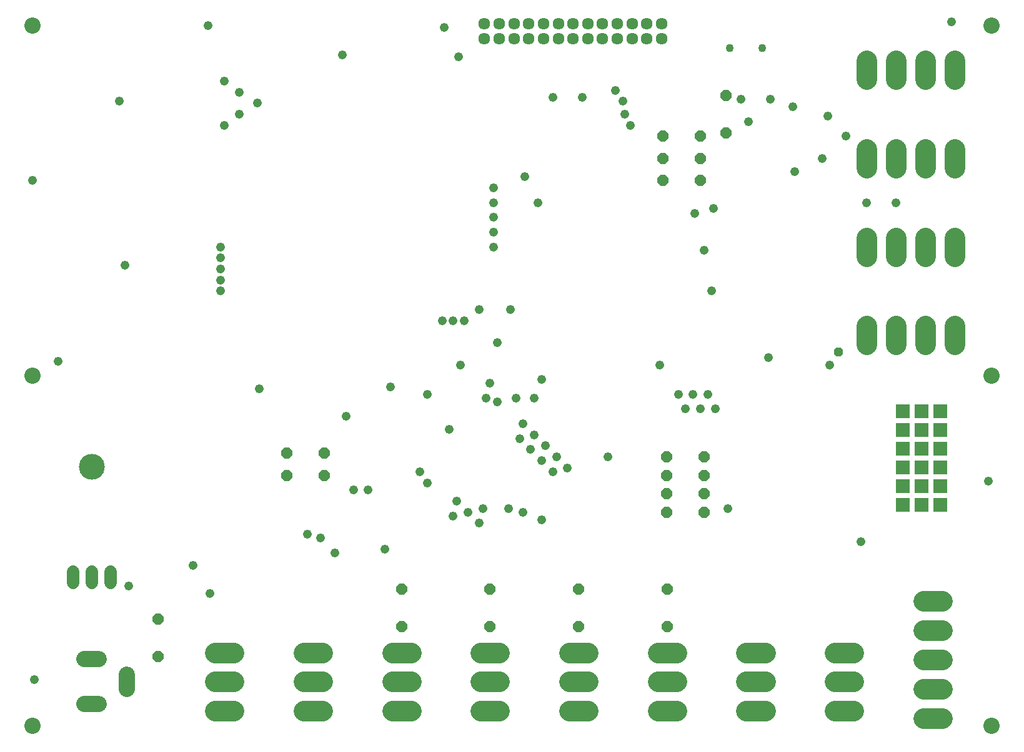
<source format=gbs>
G75*
G70*
%OFA0B0*%
%FSLAX24Y24*%
%IPPOS*%
%LPD*%
%AMOC8*
5,1,8,0,0,1.08239X$1,22.5*
%
%ADD10C,0.0867*%
%ADD11C,0.0680*%
%ADD12C,0.1380*%
%ADD13C,0.0434*%
%ADD14OC8,0.0600*%
%ADD15C,0.0867*%
%ADD16C,0.1084*%
%ADD17C,0.0634*%
%ADD18R,0.0730X0.0730*%
%ADD19C,0.0476*%
%ADD20OC8,0.0476*%
D10*
X001331Y001938D03*
X001331Y020639D03*
X001331Y039339D03*
X052512Y039339D03*
X052512Y020639D03*
X052512Y001938D03*
D11*
X005481Y009587D02*
X005481Y010187D01*
X004481Y010187D02*
X004481Y009587D01*
X003481Y009587D02*
X003481Y010187D01*
D12*
X004481Y015787D03*
D13*
X038536Y038150D03*
X040268Y038150D03*
D14*
X038339Y035615D03*
X038339Y033615D03*
X036977Y033434D03*
X036977Y032253D03*
X036977Y031072D03*
X034977Y031072D03*
X034977Y032253D03*
X034977Y033434D03*
X035174Y016308D03*
X035174Y015324D03*
X035174Y014339D03*
X035174Y013355D03*
X037174Y013355D03*
X037174Y014339D03*
X037174Y015324D03*
X037174Y016308D03*
X035189Y009237D03*
X035189Y007237D03*
X030465Y007237D03*
X030465Y009237D03*
X025741Y009237D03*
X025741Y007237D03*
X021016Y007237D03*
X021016Y009237D03*
X016898Y015324D03*
X016898Y016505D03*
X014898Y016505D03*
X014898Y015324D03*
X008024Y007662D03*
X008024Y005662D03*
D15*
X006370Y004694D02*
X006370Y003906D01*
X004874Y003119D02*
X004087Y003119D01*
X004087Y005520D02*
X004874Y005520D01*
D16*
X011065Y005859D02*
X012069Y005859D01*
X012069Y004300D02*
X011065Y004300D01*
X011065Y002741D02*
X012069Y002741D01*
X015790Y002741D02*
X016794Y002741D01*
X016794Y004300D02*
X015790Y004300D01*
X015790Y005859D02*
X016794Y005859D01*
X020514Y005859D02*
X021518Y005859D01*
X021518Y004300D02*
X020514Y004300D01*
X020514Y002741D02*
X021518Y002741D01*
X025239Y002741D02*
X026243Y002741D01*
X026243Y004300D02*
X025239Y004300D01*
X025239Y005859D02*
X026243Y005859D01*
X029963Y005859D02*
X030967Y005859D01*
X030967Y004300D02*
X029963Y004300D01*
X029963Y002741D02*
X030967Y002741D01*
X034687Y002741D02*
X035691Y002741D01*
X035691Y004300D02*
X034687Y004300D01*
X034687Y005859D02*
X035691Y005859D01*
X039412Y005859D02*
X040416Y005859D01*
X040416Y004300D02*
X039412Y004300D01*
X039412Y002741D02*
X040416Y002741D01*
X044136Y002741D02*
X045140Y002741D01*
X045140Y004300D02*
X044136Y004300D01*
X044136Y005859D02*
X045140Y005859D01*
X048861Y005481D02*
X049865Y005481D01*
X049865Y003922D02*
X048861Y003922D01*
X048861Y002363D02*
X049865Y002363D01*
X049865Y007040D02*
X048861Y007040D01*
X048861Y008599D02*
X049865Y008599D01*
X050520Y022302D02*
X050520Y023306D01*
X048961Y023306D02*
X048961Y022302D01*
X047402Y022302D02*
X047402Y023306D01*
X045843Y023306D02*
X045843Y022302D01*
X045843Y027026D02*
X045843Y028030D01*
X047402Y028030D02*
X047402Y027026D01*
X048961Y027026D02*
X048961Y028030D01*
X050520Y028030D02*
X050520Y027026D01*
X050520Y031751D02*
X050520Y032755D01*
X048961Y032755D02*
X048961Y031751D01*
X047402Y031751D02*
X047402Y032755D01*
X045843Y032755D02*
X045843Y031751D01*
X045843Y036475D02*
X045843Y037479D01*
X047402Y037479D02*
X047402Y036475D01*
X048961Y036475D02*
X048961Y037479D01*
X050520Y037479D02*
X050520Y036475D01*
D17*
X034894Y038650D03*
X034107Y038650D03*
X034107Y039438D03*
X034894Y039438D03*
X033319Y039438D03*
X032532Y039438D03*
X032532Y038650D03*
X033319Y038650D03*
X031744Y038650D03*
X030957Y038650D03*
X030957Y039438D03*
X031744Y039438D03*
X030170Y039438D03*
X030170Y038650D03*
X029382Y038650D03*
X028595Y038650D03*
X028595Y039438D03*
X029382Y039438D03*
X027807Y039438D03*
X027020Y039438D03*
X027020Y038650D03*
X027807Y038650D03*
X026233Y038650D03*
X025445Y038650D03*
X025445Y039438D03*
X026233Y039438D03*
D18*
X047756Y018749D03*
X048756Y018749D03*
X049756Y018749D03*
X049756Y017749D03*
X048756Y017749D03*
X047756Y017749D03*
X047756Y016749D03*
X048756Y016749D03*
X049756Y016749D03*
X049756Y015749D03*
X048756Y015749D03*
X047756Y015749D03*
X047756Y014749D03*
X048756Y014749D03*
X049756Y014749D03*
X049756Y013749D03*
X048756Y013749D03*
X047756Y013749D03*
D19*
X045524Y011780D03*
X052315Y015028D03*
X043851Y021229D03*
X040603Y021623D03*
X037355Y019654D03*
X036567Y019654D03*
X035780Y019654D03*
X036174Y018867D03*
X036961Y018867D03*
X037748Y018867D03*
X034796Y021229D03*
X037552Y025166D03*
X037158Y027331D03*
X036666Y029300D03*
X037650Y029595D03*
X041981Y031564D03*
X043457Y032253D03*
X044737Y033434D03*
X043752Y034517D03*
X041882Y035009D03*
X040701Y035402D03*
X039126Y035402D03*
X039520Y034221D03*
X045819Y029891D03*
X047394Y029891D03*
X050347Y039536D03*
X033221Y034024D03*
X032926Y034615D03*
X032827Y035304D03*
X032433Y035894D03*
X030662Y035501D03*
X029087Y035501D03*
X024067Y037666D03*
X023280Y039241D03*
X017867Y037765D03*
X013339Y035206D03*
X012355Y035796D03*
X011567Y036387D03*
X012355Y034615D03*
X011567Y034024D03*
X005957Y035304D03*
X010681Y039339D03*
X001331Y031072D03*
X006252Y026544D03*
X011370Y026347D03*
X011370Y025757D03*
X011370Y025166D03*
X011370Y026938D03*
X011370Y027528D03*
X002709Y021426D03*
X013437Y019950D03*
X018063Y018473D03*
X020426Y020048D03*
X022394Y019654D03*
X024166Y021229D03*
X025741Y020245D03*
X025544Y019457D03*
X026134Y019261D03*
X027119Y019457D03*
X028103Y019457D03*
X028496Y020442D03*
X026134Y022410D03*
X024363Y023591D03*
X023772Y023591D03*
X023181Y023591D03*
X025150Y024182D03*
X026823Y024182D03*
X025937Y027528D03*
X025937Y028316D03*
X025937Y029103D03*
X025937Y029891D03*
X025937Y030678D03*
X027611Y031269D03*
X028300Y029891D03*
X027512Y018080D03*
X028103Y017489D03*
X027906Y016702D03*
X027315Y017292D03*
X028693Y016898D03*
X029284Y016308D03*
X029087Y015520D03*
X028496Y016111D03*
X029874Y015717D03*
X032040Y016308D03*
X027512Y013355D03*
X028496Y012961D03*
X026725Y013552D03*
X025347Y013552D03*
X024559Y013355D03*
X023772Y013158D03*
X023969Y013946D03*
X025150Y012765D03*
X022394Y014930D03*
X022000Y015520D03*
X023575Y017784D03*
X019244Y014536D03*
X018457Y014536D03*
X016685Y011977D03*
X015996Y012174D03*
X017473Y011190D03*
X020130Y011387D03*
X010780Y009024D03*
X009894Y010501D03*
X006449Y009418D03*
X001430Y004398D03*
X038437Y013552D03*
D20*
X044343Y021918D03*
M02*

</source>
